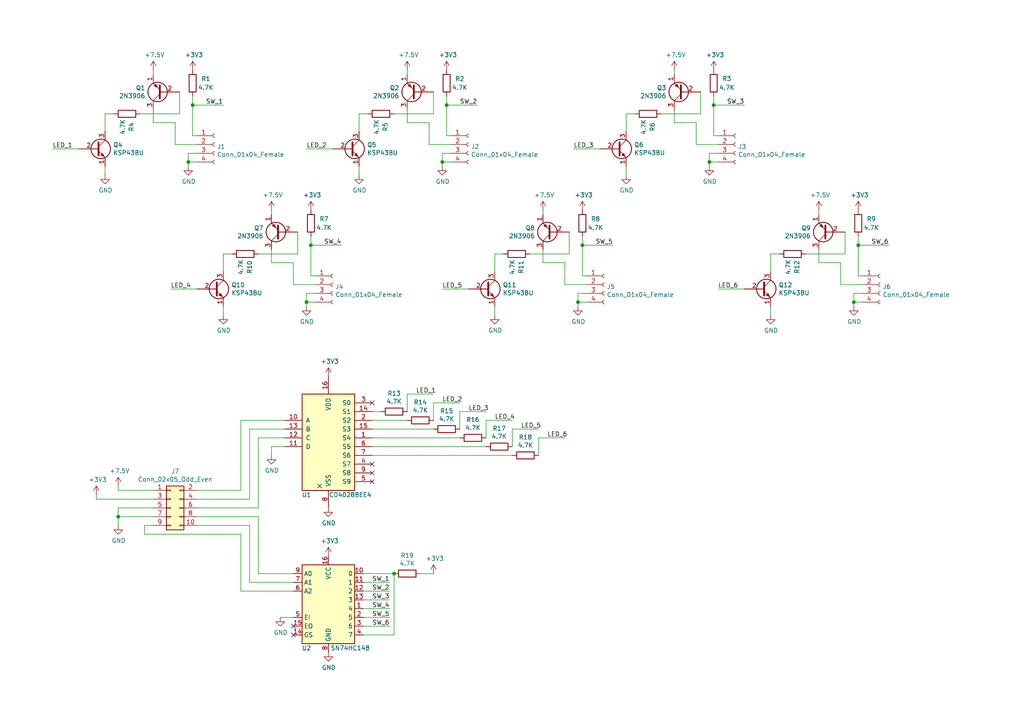
<source format=kicad_sch>
(kicad_sch (version 20211123) (generator eeschema)
  (paper "A4")
  (title_block (title "SM Desk Video switch module") (date "2020-01-22") (rev "A") (company "ADC Theatre") (comment 1 "John Evans"))
  (lib_symbols
    (symbol "4xxx:4028" (pin_names (offset 1.016))
      (property "Reference" "U" (at -7.62 13.97 0))
      (property "Value" "4028" (at -7.62 -16.51 0))
      (symbol "4028_1_0"
        (pin output line (at 12.7 0 180) (length 5.08) (name "S4") (number "1"))
        (pin input line (at -12.7 5.08 0) (length 5.08) (name "A") (number "10"))
        (pin input line (at -12.7 -2.54 0) (length 5.08) (name "D") (number "11"))
        (pin input line (at -12.7 0 0) (length 5.08) (name "C") (number "12"))
        (pin input line (at -12.7 2.54 0) (length 5.08) (name "B") (number "13"))
        (pin output line (at 12.7 7.62 180) (length 5.08) (name "S1") (number "14"))
        (pin output line (at 12.7 2.54 180) (length 5.08) (name "S3") (number "15"))
        (pin power_in line (at 0 17.78 270) (length 5.08) (name "VDD") (number "16"))
        (pin output line (at 12.7 5.08 180) (length 5.08) (name "S2") (number "2"))
        (pin output line (at 12.7 10.16 180) (length 5.08) (name "S0") (number "3"))
        (pin output line (at 12.7 -7.62 180) (length 5.08) (name "S7") (number "4"))
        (pin output line (at 12.7 -12.7 180) (length 5.08) (name "S9") (number "5"))
        (pin output line (at 12.7 -2.54 180) (length 5.08) (name "S5") (number "6"))
        (pin output line (at 12.7 -5.08 180) (length 5.08) (name "S6") (number "7"))
        (pin power_in line (at 0 -20.32 90) (length 5.08) (name "VSS") (number "8"))
        (pin output line (at 12.7 -10.16 180) (length 5.08) (name "S8") (number "9"))
      )
      (symbol "4028_1_1"
        (rectangle (start -7.62 12.7) (end 7.62 -15.24) (stroke (width 0.254)) (fill (type background)))
      )
    )
    (symbol "74xx:SN74HC148"
      (property "Reference" "U" (at -7.62 13.97 0))
      (property "Value" "74xx_SN74HC148" (at 2.54 -11.43 0))
      (symbol "SN74HC148_0_1"
        (rectangle (start -7.62 12.7) (end 7.62 -10.16) (stroke (width 0.254)) (fill (type background)))
      )
      (symbol "SN74HC148_1_1"
        (pin input line (at 10.16 0 180) (length 2.54) (name "4") (number "1"))
        (pin input line (at 10.16 10.16 180) (length 2.54) (name "0") (number "10"))
        (pin input line (at 10.16 7.62 180) (length 2.54) (name "1") (number "11"))
        (pin input line (at 10.16 5.08 180) (length 2.54) (name "2") (number "12"))
        (pin input line (at 10.16 2.54 180) (length 2.54) (name "3") (number "13"))
        (pin output line (at -10.16 -7.62 0) (length 2.54) (name "GS") (number "14"))
        (pin output line (at -10.16 -5.08 0) (length 2.54) (name "EO") (number "15"))
        (pin power_in line (at 0 15.24 270) (length 2.54) (name "VCC") (number "16"))
        (pin input line (at 10.16 -2.54 180) (length 2.54) (name "5") (number "2"))
        (pin input line (at 10.16 -5.08 180) (length 2.54) (name "6") (number "3"))
        (pin input line (at 10.16 -7.62 180) (length 2.54) (name "7") (number "4"))
        (pin input line (at -10.16 -2.54 0) (length 2.54) (name "EI") (number "5"))
        (pin output line (at -10.16 5.08 0) (length 2.54) (name "A2") (number "6"))
        (pin output line (at -10.16 7.62 0) (length 2.54) (name "A1") (number "7"))
        (pin power_in line (at 0 -12.7 90) (length 2.54) (name "GND") (number "8"))
        (pin output line (at -10.16 10.16 0) (length 2.54) (name "A0") (number "9"))
      )
    )
    (symbol "Connector:Conn_01x04_Female" (pin_names (offset 1.016) hide)
      (property "Reference" "J" (at 0 5.08 0))
      (property "Value" "Conn_01x04_Female" (at 0 -7.62 0))
      (symbol "Conn_01x04_Female_1_1"
        (arc (start 0 -4.572) (mid -0.508 -5.08) (end 0 -5.588) (stroke (width 0.1524)))
        (arc (start 0 -2.032) (mid -0.508 -2.54) (end 0 -3.048) (stroke (width 0.1524)))
        (polyline (pts (xy -1.27 -5.08) (xy -0.508 -5.08)) (stroke (width 0.1524)))
        (polyline (pts (xy -1.27 -2.54) (xy -0.508 -2.54)) (stroke (width 0.1524)))
        (polyline (pts (xy -1.27 0) (xy -0.508 0)) (stroke (width 0.1524)))
        (polyline (pts (xy -1.27 2.54) (xy -0.508 2.54)) (stroke (width 0.1524)))
        (arc (start 0 0.508) (mid -0.508 0) (end 0 -0.508) (stroke (width 0.1524)))
        (arc (start 0 3.048) (mid -0.508 2.54) (end 0 2.032) (stroke (width 0.1524)))
        (pin passive line (at -5.08 2.54 0) (length 3.81) (name "Pin_1") (number "1"))
        (pin passive line (at -5.08 0 0) (length 3.81) (name "Pin_2") (number "2"))
        (pin passive line (at -5.08 -2.54 0) (length 3.81) (name "Pin_3") (number "3"))
        (pin passive line (at -5.08 -5.08 0) (length 3.81) (name "Pin_4") (number "4"))
      )
    )
    (symbol "Connector_Generic:Conn_02x05_Odd_Even" (pin_names (offset 1.016) hide)
      (property "Reference" "J" (at 1.27 7.62 0))
      (property "Value" "Conn_02x05_Odd_Even" (at 1.27 -7.62 0))
      (symbol "Conn_02x05_Odd_Even_1_1"
        (rectangle (start -1.27 -4.953) (end 0 -5.207) (stroke (width 0.1524)))
        (rectangle (start -1.27 -2.413) (end 0 -2.667) (stroke (width 0.1524)))
        (rectangle (start -1.27 0.127) (end 0 -0.127) (stroke (width 0.1524)))
        (rectangle (start -1.27 2.667) (end 0 2.413) (stroke (width 0.1524)))
        (rectangle (start -1.27 5.207) (end 0 4.953) (stroke (width 0.1524)))
        (rectangle (start -1.27 6.35) (end 3.81 -6.35) (stroke (width 0.254)) (fill (type background)))
        (rectangle (start 3.81 -4.953) (end 2.54 -5.207) (stroke (width 0.1524)))
        (rectangle (start 3.81 -2.413) (end 2.54 -2.667) (stroke (width 0.1524)))
        (rectangle (start 3.81 0.127) (end 2.54 -0.127) (stroke (width 0.1524)))
        (rectangle (start 3.81 2.667) (end 2.54 2.413) (stroke (width 0.1524)))
        (rectangle (start 3.81 5.207) (end 2.54 4.953) (stroke (width 0.1524)))
        (pin passive line (at -5.08 5.08 0) (length 3.81) (name "Pin_1") (number "1"))
        (pin passive line (at 7.62 -5.08 180) (length 3.81) (name "Pin_10") (number "10"))
        (pin passive line (at 7.62 5.08 180) (length 3.81) (name "Pin_2") (number "2"))
        (pin passive line (at -5.08 2.54 0) (length 3.81) (name "Pin_3") (number "3"))
        (pin passive line (at 7.62 2.54 180) (length 3.81) (name "Pin_4") (number "4"))
        (pin passive line (at -5.08 0 0) (length 3.81) (name "Pin_5") (number "5"))
        (pin passive line (at 7.62 0 180) (length 3.81) (name "Pin_6") (number "6"))
        (pin passive line (at -5.08 -2.54 0) (length 3.81) (name "Pin_7") (number "7"))
        (pin passive line (at 7.62 -2.54 180) (length 3.81) (name "Pin_8") (number "8"))
        (pin passive line (at -5.08 -5.08 0) (length 3.81) (name "Pin_9") (number "9"))
      )
    )
    (symbol "Device:Q_NPN_EBC" (pin_names (offset 0) hide)
      (property "Reference" "Q" (at 5.08 1.27 0))
      (property "Value" "Q_NPN_EBC" (at 5.08 -1.27 0))
      (symbol "Q_NPN_EBC_0_1"
        (polyline (pts (xy 0.635 0.635) (xy 2.54 2.54)))
        (polyline (pts (xy 0.635 -0.635) (xy 2.54 -2.54) (xy 2.54 -2.54)))
        (polyline (pts (xy 0.635 1.905) (xy 0.635 -1.905) (xy 0.635 -1.905)) (stroke (width 0.508)))
        (polyline (pts (xy 1.27 -1.778) (xy 1.778 -1.27) (xy 2.286 -2.286) (xy 1.27 -1.778) (xy 1.27 -1.778)) (fill (type outline)))
        (circle (center 1.27 0) (radius 2.8194) (stroke (width 0.254)))
      )
      (symbol "Q_NPN_EBC_1_1"
        (pin passive line (at 2.54 -5.08 90) (length 2.54) (name "E") (number "1"))
        (pin passive line (at -5.08 0 0) (length 5.715) (name "B") (number "2"))
        (pin passive line (at 2.54 5.08 270) (length 2.54) (name "C") (number "3"))
      )
    )
    (symbol "Device:R" (pin_numbers hide) (pin_names (offset 0))
      (property "Reference" "R" (at 2.032 0 90))
      (property "Value" "R" (at 0 0 90))
      (symbol "R_0_1"
        (rectangle (start -1.016 -2.54) (end 1.016 2.54) (stroke (width 0.254)))
      )
      (symbol "R_1_1"
        (pin passive line (at 0 3.81 270) (length 1.27) (name "~") (number "1"))
        (pin passive line (at 0 -3.81 90) (length 1.27) (name "~") (number "2"))
      )
    )
    (symbol "Transistor_BJT:2N3906" (pin_names (offset 0) hide)
      (property "Reference" "Q" (at 5.08 1.905 0))
      (property "Value" "2N3906" (at 5.08 0 0))
      (symbol "2N3906_0_1"
        (polyline (pts (xy 0.635 0.635) (xy 2.54 2.54)))
        (polyline (pts (xy 0.635 -0.635) (xy 2.54 -2.54) (xy 2.54 -2.54)))
        (polyline (pts (xy 0.635 1.905) (xy 0.635 -1.905) (xy 0.635 -1.905)) (stroke (width 0.508)))
        (polyline (pts (xy 2.286 -1.778) (xy 1.778 -2.286) (xy 1.27 -1.27) (xy 2.286 -1.778) (xy 2.286 -1.778)) (fill (type outline)))
        (circle (center 1.27 0) (radius 2.8194) (stroke (width 0.254)))
      )
      (symbol "2N3906_1_1"
        (pin passive line (at 2.54 -5.08 90) (length 2.54) (name "E") (number "1"))
        (pin input line (at -5.08 0 0) (length 5.715) (name "B") (number "2"))
        (pin passive line (at 2.54 5.08 270) (length 2.54) (name "C") (number "3"))
      )
    )
    (symbol "power:+3.3V" (power) (pin_names (offset 0))
      (property "Value" "+3.3V" (at 0 3.556 0))
      (symbol "+3.3V_0_1"
        (polyline (pts (xy -0.762 1.27) (xy 0 2.54)))
        (polyline (pts (xy 0 0) (xy 0 2.54)))
        (polyline (pts (xy 0 2.54) (xy 0.762 1.27)))
      )
      (symbol "+3.3V_1_1"
        (pin power_in line (at 0 0 90) (length 0) hide (name "+3V3") (number "1"))
      )
    )
    (symbol "power:+7.5V" (power) (pin_names (offset 0))
      (property "Value" "+7.5V" (at 0 3.556 0))
      (symbol "+7.5V_0_1"
        (polyline (pts (xy -0.762 1.27) (xy 0 2.54)))
        (polyline (pts (xy 0 0) (xy 0 2.54)))
        (polyline (pts (xy 0 2.54) (xy 0.762 1.27)))
      )
      (symbol "+7.5V_1_1"
        (pin power_in line (at 0 0 90) (length 0) hide (name "+7.5V") (number "1"))
      )
    )
    (symbol "power:GND" (power) (pin_names (offset 0))
      (property "Value" "GND" (at 0 -3.81 0))
      (symbol "GND_0_1"
        (polyline (pts (xy 0 0) (xy 0 -1.27) (xy 1.27 -1.27) (xy 0 -2.54) (xy -1.27 -1.27) (xy 0 -1.27)))
      )
      (symbol "GND_1_1"
        (pin power_in line (at 0 0 270) (length 0) hide (name "GND") (number "1"))
      )
    )
  )
  (junction (at 114.3 166.37))
  (junction (at 248.92 71.12))
  (junction (at 55.88 30.48))
  (junction (at 90.17 71.12))
  (junction (at 129.54 30.48))
  (junction (at 54.61 46.99))
  (junction (at 34.29 149.86))
  (junction (at 247.65 87.63))
  (junction (at 88.9 87.63))
  (junction (at 167.64 87.63))
  (junction (at 207.01 30.48))
  (junction (at 205.74 46.99))
  (junction (at 128.27 46.99))
  (junction (at 168.91 71.12))
  (no_connect (at 92.71 140.97))
  (no_connect (at 85.09 184.15))
  (no_connect (at 107.95 139.7))
  (no_connect (at 85.09 181.61))
  (no_connect (at 107.95 134.62))
  (no_connect (at 107.95 116.84))
  (no_connect (at 107.95 137.16))
  (wire (pts (xy 129.54 27.94) (xy 129.54 30.48)))
  (wire (pts (xy 148.59 124.46) (xy 156.21 124.46)))
  (wire (pts (xy 118.11 114.3) (xy 125.73 114.3)))
  (wire (pts (xy 207.01 30.48) (xy 215.9 30.48)))
  (wire (pts (xy 148.59 132.08) (xy 107.95 132.08)))
  (wire (pts (xy 44.45 20.32) (xy 44.45 21.59)))
  (wire (pts (xy 57.15 144.78) (xy 72.39 144.78)))
  (wire (pts (xy 130.81 39.37) (xy 129.54 39.37)))
  (wire (pts (xy 223.52 91.44) (xy 223.52 88.9)))
  (wire (pts (xy 205.74 48.26) (xy 205.74 46.99)))
  (wire (pts (xy 248.92 71.12) (xy 257.81 71.12)))
  (wire (pts (xy 69.85 121.92) (xy 69.85 142.24)))
  (wire (pts (xy 124.46 35.56) (xy 124.46 41.91)))
  (wire (pts (xy 64.77 91.44) (xy 64.77 88.9)))
  (wire (pts (xy 105.41 173.99) (xy 113.03 173.99)))
  (wire (pts (xy 30.48 50.8) (xy 30.48 48.26)))
  (wire (pts (xy 125.73 116.84) (xy 133.35 116.84)))
  (wire (pts (xy 44.45 144.78) (xy 27.94 144.78)))
  (wire (pts (xy 105.41 171.45) (xy 113.03 171.45)))
  (wire (pts (xy 165.1 73.66) (xy 153.67 73.66)))
  (wire (pts (xy 157.48 76.2) (xy 163.83 76.2)))
  (wire (pts (xy 146.05 73.66) (xy 143.51 73.66)))
  (wire (pts (xy 78.74 76.2) (xy 85.09 76.2)))
  (wire (pts (xy 34.29 140.97) (xy 34.29 142.24)))
  (wire (pts (xy 168.91 71.12) (xy 168.91 80.01)))
  (wire (pts (xy 107.95 127) (xy 133.35 127)))
  (wire (pts (xy 34.29 147.32) (xy 34.29 149.86)))
  (wire (pts (xy 41.91 154.94) (xy 41.91 152.4)))
  (wire (pts (xy 54.61 44.45) (xy 57.15 44.45)))
  (wire (pts (xy 57.15 83.82) (xy 49.53 83.82)))
  (wire (pts (xy 248.92 68.58) (xy 248.92 71.12)))
  (wire (pts (xy 72.39 152.4) (xy 72.39 168.91)))
  (wire (pts (xy 167.64 87.63) (xy 167.64 85.09)))
  (wire (pts (xy 34.29 152.4) (xy 34.29 149.86)))
  (wire (pts (xy 55.88 27.94) (xy 55.88 30.48)))
  (wire (pts (xy 167.64 87.63) (xy 170.18 87.63)))
  (wire (pts (xy 105.41 181.61) (xy 113.03 181.61)))
  (wire (pts (xy 57.15 41.91) (xy 50.8 41.91)))
  (wire (pts (xy 85.09 171.45) (xy 69.85 171.45)))
  (wire (pts (xy 140.97 129.54) (xy 107.95 129.54)))
  (wire (pts (xy 114.3 166.37) (xy 105.41 166.37)))
  (wire (pts (xy 104.14 50.8) (xy 104.14 48.26)))
  (wire (pts (xy 195.58 20.32) (xy 195.58 21.59)))
  (wire (pts (xy 205.74 46.99) (xy 205.74 44.45)))
  (wire (pts (xy 78.74 132.08) (xy 78.74 129.54)))
  (wire (pts (xy 104.14 33.02) (xy 104.14 38.1)))
  (wire (pts (xy 52.07 33.02) (xy 40.64 33.02)))
  (wire (pts (xy 105.41 179.07) (xy 113.03 179.07)))
  (wire (pts (xy 148.59 129.54) (xy 148.59 124.46)))
  (wire (pts (xy 250.19 80.01) (xy 248.92 80.01)))
  (wire (pts (xy 129.54 30.48) (xy 129.54 39.37)))
  (wire (pts (xy 168.91 71.12) (xy 177.8 71.12)))
  (wire (pts (xy 57.15 152.4) (xy 72.39 152.4)))
  (wire (pts (xy 34.29 149.86) (xy 44.45 149.86)))
  (wire (pts (xy 157.48 60.96) (xy 157.48 62.23)))
  (wire (pts (xy 245.11 73.66) (xy 233.68 73.66)))
  (wire (pts (xy 143.51 73.66) (xy 143.51 78.74)))
  (wire (pts (xy 55.88 30.48) (xy 55.88 39.37)))
  (wire (pts (xy 207.01 27.94) (xy 207.01 30.48)))
  (wire (pts (xy 54.61 46.99) (xy 57.15 46.99)))
  (wire (pts (xy 208.28 41.91) (xy 201.93 41.91)))
  (wire (pts (xy 245.11 73.66) (xy 245.11 67.31)))
  (wire (pts (xy 170.18 80.01) (xy 168.91 80.01)))
  (wire (pts (xy 57.15 147.32) (xy 74.93 147.32)))
  (wire (pts (xy 208.28 39.37) (xy 207.01 39.37)))
  (wire (pts (xy 44.45 31.75) (xy 44.45 35.56)))
  (wire (pts (xy 90.17 71.12) (xy 90.17 80.01)))
  (wire (pts (xy 52.07 33.02) (xy 52.07 26.67)))
  (wire (pts (xy 140.97 127) (xy 140.97 121.92)))
  (wire (pts (xy 44.45 147.32) (xy 34.29 147.32)))
  (wire (pts (xy 86.36 73.66) (xy 86.36 67.31)))
  (wire (pts (xy 96.52 43.18) (xy 88.9 43.18)))
  (wire (pts (xy 118.11 31.75) (xy 118.11 35.56)))
  (wire (pts (xy 72.39 168.91) (xy 85.09 168.91)))
  (wire (pts (xy 114.3 184.15) (xy 105.41 184.15)))
  (wire (pts (xy 67.31 73.66) (xy 64.77 73.66)))
  (wire (pts (xy 22.86 43.18) (xy 15.24 43.18)))
  (wire (pts (xy 237.49 76.2) (xy 243.84 76.2)))
  (wire (pts (xy 203.2 33.02) (xy 191.77 33.02)))
  (wire (pts (xy 107.95 121.92) (xy 118.11 121.92)))
  (wire (pts (xy 203.2 33.02) (xy 203.2 26.67)))
  (wire (pts (xy 74.93 127) (xy 82.55 127)))
  (wire (pts (xy 118.11 119.38) (xy 118.11 114.3)))
  (wire (pts (xy 250.19 82.55) (xy 243.84 82.55)))
  (wire (pts (xy 237.49 72.39) (xy 237.49 76.2)))
  (wire (pts (xy 140.97 121.92) (xy 148.59 121.92)))
  (wire (pts (xy 157.48 72.39) (xy 157.48 76.2)))
  (wire (pts (xy 181.61 50.8) (xy 181.61 48.26)))
  (wire (pts (xy 114.3 166.37) (xy 114.3 184.15)))
  (wire (pts (xy 106.68 33.02) (xy 104.14 33.02)))
  (wire (pts (xy 128.27 46.99) (xy 130.81 46.99)))
  (wire (pts (xy 86.36 73.66) (xy 74.93 73.66)))
  (wire (pts (xy 133.35 124.46) (xy 133.35 119.38)))
  (wire (pts (xy 133.35 119.38) (xy 140.97 119.38)))
  (wire (pts (xy 207.01 30.48) (xy 207.01 39.37)))
  (wire (pts (xy 44.45 35.56) (xy 50.8 35.56)))
  (wire (pts (xy 156.21 132.08) (xy 156.21 127)))
  (wire (pts (xy 91.44 82.55) (xy 85.09 82.55)))
  (wire (pts (xy 110.49 119.38) (xy 107.95 119.38)))
  (wire (pts (xy 167.64 85.09) (xy 170.18 85.09)))
  (wire (pts (xy 55.88 30.48) (xy 64.77 30.48)))
  (wire (pts (xy 195.58 35.56) (xy 201.93 35.56)))
  (wire (pts (xy 173.99 43.18) (xy 166.37 43.18)))
  (wire (pts (xy 167.64 88.9) (xy 167.64 87.63)))
  (wire (pts (xy 88.9 88.9) (xy 88.9 87.63)))
  (wire (pts (xy 129.54 30.48) (xy 138.43 30.48)))
  (wire (pts (xy 41.91 154.94) (xy 69.85 154.94)))
  (wire (pts (xy 78.74 60.96) (xy 78.74 62.23)))
  (wire (pts (xy 247.65 85.09) (xy 250.19 85.09)))
  (wire (pts (xy 248.92 71.12) (xy 248.92 80.01)))
  (wire (pts (xy 247.65 87.63) (xy 247.65 85.09)))
  (wire (pts (xy 247.65 87.63) (xy 250.19 87.63)))
  (wire (pts (xy 27.94 144.78) (xy 27.94 143.51)))
  (wire (pts (xy 74.93 149.86) (xy 74.93 166.37)))
  (wire (pts (xy 91.44 80.01) (xy 90.17 80.01)))
  (wire (pts (xy 168.91 68.58) (xy 168.91 71.12)))
  (wire (pts (xy 215.9 83.82) (xy 208.28 83.82)))
  (wire (pts (xy 105.41 168.91) (xy 113.03 168.91)))
  (wire (pts (xy 85.09 76.2) (xy 85.09 82.55)))
  (wire (pts (xy 247.65 88.9) (xy 247.65 87.63)))
  (wire (pts (xy 128.27 46.99) (xy 128.27 44.45)))
  (wire (pts (xy 41.91 152.4) (xy 44.45 152.4)))
  (wire (pts (xy 128.27 44.45) (xy 130.81 44.45)))
  (wire (pts (xy 57.15 142.24) (xy 69.85 142.24)))
  (wire (pts (xy 78.74 72.39) (xy 78.74 76.2)))
  (wire (pts (xy 54.61 46.99) (xy 54.61 44.45)))
  (wire (pts (xy 125.73 121.92) (xy 125.73 116.84)))
  (wire (pts (xy 237.49 60.96) (xy 237.49 62.23)))
  (wire (pts (xy 223.52 73.66) (xy 223.52 78.74)))
  (wire (pts (xy 82.55 124.46) (xy 72.39 124.46)))
  (wire (pts (xy 125.73 166.37) (xy 121.92 166.37)))
  (wire (pts (xy 34.29 142.24) (xy 44.45 142.24)))
  (wire (pts (xy 205.74 44.45) (xy 208.28 44.45)))
  (wire (pts (xy 181.61 33.02) (xy 181.61 38.1)))
  (wire (pts (xy 88.9 87.63) (xy 88.9 85.09)))
  (wire (pts (xy 74.93 127) (xy 74.93 147.32)))
  (wire (pts (xy 205.74 46.99) (xy 208.28 46.99)))
  (wire (pts (xy 118.11 35.56) (xy 124.46 35.56)))
  (wire (pts (xy 184.15 33.02) (xy 181.61 33.02)))
  (wire (pts (xy 243.84 76.2) (xy 243.84 82.55)))
  (wire (pts (xy 163.83 76.2) (xy 163.83 82.55)))
  (wire (pts (xy 170.18 82.55) (xy 163.83 82.55)))
  (wire (pts (xy 125.73 33.02) (xy 125.73 26.67)))
  (wire (pts (xy 69.85 121.92) (xy 82.55 121.92)))
  (wire (pts (xy 135.89 83.82) (xy 128.27 83.82)))
  (wire (pts (xy 130.81 41.91) (xy 124.46 41.91)))
  (wire (pts (xy 125.73 33.02) (xy 114.3 33.02)))
  (wire (pts (xy 30.48 33.02) (xy 30.48 38.1)))
  (wire (pts (xy 143.51 91.44) (xy 143.51 88.9)))
  (wire (pts (xy 33.02 33.02) (xy 30.48 33.02)))
  (wire (pts (xy 90.17 68.58) (xy 90.17 71.12)))
  (wire (pts (xy 165.1 73.66) (xy 165.1 67.31)))
  (wire (pts (xy 50.8 35.56) (xy 50.8 41.91)))
  (wire (pts (xy 88.9 87.63) (xy 91.44 87.63)))
  (wire (pts (xy 85.09 179.07) (xy 81.28 179.07)))
  (wire (pts (xy 85.09 166.37) (xy 74.93 166.37)))
  (wire (pts (xy 90.17 71.12) (xy 99.06 71.12)))
  (wire (pts (xy 201.93 35.56) (xy 201.93 41.91)))
  (wire (pts (xy 69.85 171.45) (xy 69.85 154.94)))
  (wire (pts (xy 57.15 149.86) (xy 74.93 149.86)))
  (wire (pts (xy 88.9 85.09) (xy 91.44 85.09)))
  (wire (pts (xy 57.15 39.37) (xy 55.88 39.37)))
  (wire (pts (xy 156.21 127) (xy 163.83 127)))
  (wire (pts (xy 107.95 124.46) (xy 125.73 124.46)))
  (wire (pts (xy 64.77 73.66) (xy 64.77 78.74)))
  (wire (pts (xy 226.06 73.66) (xy 223.52 73.66)))
  (wire (pts (xy 128.27 48.26) (xy 128.27 46.99)))
  (wire (pts (xy 78.74 129.54) (xy 82.55 129.54)))
  (wire (pts (xy 105.41 176.53) (xy 113.03 176.53)))
  (wire (pts (xy 54.61 48.26) (xy 54.61 46.99)))
  (wire (pts (xy 195.58 31.75) (xy 195.58 35.56)))
  (wire (pts (xy 118.11 20.32) (xy 118.11 21.59)))
  (wire (pts (xy 72.39 124.46) (xy 72.39 144.78)))
  (label "LED_1" (at 120.65 114.3 0))
  (label "LED_5" (at 128.27 83.82 0))
  (label "SW_6" (at 252.73 71.12 0))
  (label "SW_2" (at 107.95 171.45 0))
  (label "LED_4" (at 143.51 121.92 0))
  (label "LED_2" (at 88.9 43.18 0))
  (label "SW_5" (at 172.72 71.12 0))
  (label "LED_2" (at 128.27 116.84 0))
  (label "LED_1" (at 15.24 43.18 0))
  (label "LED_4" (at 49.53 83.82 0))
  (label "SW_2" (at 133.35 30.48 0))
  (label "SW_3" (at 107.95 173.99 0))
  (label "SW_6" (at 107.95 181.61 0))
  (label "SW_4" (at 107.95 176.53 0))
  (label "LED_3" (at 135.89 119.38 0))
  (label "SW_3" (at 210.82 30.48 0))
  (label "LED_6" (at 158.75 127 0))
  (label "SW_5" (at 107.95 179.07 0))
  (label "LED_6" (at 208.28 83.82 0))
  (label "SW_4" (at 93.98 71.12 0))
  (label "SW_1" (at 107.95 168.91 0))
  (label "SW_1" (at 59.69 30.48 0))
  (label "LED_3" (at 166.37 43.18 0))
  (label "LED_5" (at 151.13 124.46 0))
  (symbol (lib_id "74xx:SN74HC148") (at 95.25 176.53 0) (unit 1)
    (property "Reference" "U2" (at 88.9 187.96 0))
    (property "Value" "SN74HC148" (at 101.6 187.96 0))
    (property "Footprint" "Package_DIP:DIP-16_W7.62mm_Socket" (effects hide))
    (property "Datasheet" "https://www.ti.com/lit/ds/symlink/sn74hc148.pdf" (effects hide))
  )
  (symbol (lib_id "power:GND") (at 34.29 152.4 0) (unit 1)
    (property "Reference" "#PWR030" (effects hide))
    (property "Value" "GND" (at 34.417 156.7942 0))
  )
  (symbol (lib_id "power:GND") (at 95.25 147.32 0) (unit 1)
    (property "Reference" "#PWR029" (effects hide))
    (property "Value" "GND" (at 95.377 151.7142 0))
  )
  (symbol (lib_id "power:GND") (at 95.25 189.23 0) (unit 1)
    (property "Reference" "#PWR034" (effects hide))
    (property "Value" "GND" (at 95.377 193.6242 0))
  )
  (symbol (lib_id "power:+3.3V") (at 95.25 161.29 0) (unit 1)
    (property "Reference" "#PWR031" (effects hide))
    (property "Value" "+3.3V" (at 95.631 156.8958 0))
  )
  (symbol (lib_id "power:+3.3V") (at 95.25 109.22 0) (unit 1)
    (property "Reference" "#PWR025" (effects hide))
    (property "Value" "+3.3V" (at 95.631 104.8258 0))
  )
  (symbol (lib_id "power:GND") (at 81.28 179.07 0) (unit 1)
    (property "Reference" "#PWR033" (effects hide))
    (property "Value" "GND" (at 81.407 183.4642 0))
  )
  (symbol (lib_id "Device:R") (at 114.3 119.38 270) (unit 1)
    (property "Reference" "R13" (at 114.3 114.1222 90))
    (property "Value" "4.7K" (at 114.3 116.4336 90))
    (property "Footprint" "Resistor_THT:R_Axial_DIN0207_L6.3mm_D2.5mm_P10.16mm_Horizontal" (effects hide))
  )
  (symbol (lib_id "Device:R") (at 121.92 121.92 270) (unit 1)
    (property "Reference" "R14" (at 121.92 116.6622 90))
    (property "Value" "4.7K" (at 121.92 118.9736 90))
    (property "Footprint" "Resistor_THT:R_Axial_DIN0207_L6.3mm_D2.5mm_P10.16mm_Horizontal" (effects hide))
  )
  (symbol (lib_id "Device:R") (at 129.54 124.46 270) (unit 1)
    (property "Reference" "R15" (at 129.54 119.2022 90))
    (property "Value" "4.7K" (at 129.54 121.5136 90))
    (property "Footprint" "Resistor_THT:R_Axial_DIN0207_L6.3mm_D2.5mm_P10.16mm_Horizontal" (effects hide))
  )
  (symbol (lib_id "Device:R") (at 137.16 127 270) (unit 1)
    (property "Reference" "R16" (at 137.16 121.7422 90))
    (property "Value" "4.7K" (at 137.16 124.0536 90))
    (property "Footprint" "Resistor_THT:R_Axial_DIN0207_L6.3mm_D2.5mm_P10.16mm_Horizontal" (effects hide))
  )
  (symbol (lib_id "Device:R") (at 144.78 129.54 270) (unit 1)
    (property "Reference" "R17" (at 144.78 124.2822 90))
    (property "Value" "4.7K" (at 144.78 126.5936 90))
    (property "Footprint" "Resistor_THT:R_Axial_DIN0207_L6.3mm_D2.5mm_P10.16mm_Horizontal" (effects hide))
  )
  (symbol (lib_id "Device:R") (at 152.4 132.08 270) (unit 1)
    (property "Reference" "R18" (at 152.4 126.8222 90))
    (property "Value" "4.7K" (at 152.4 129.1336 90))
    (property "Footprint" "Resistor_THT:R_Axial_DIN0207_L6.3mm_D2.5mm_P10.16mm_Horizontal" (effects hide))
  )
  (symbol (lib_id "Device:R") (at 118.11 166.37 270) (unit 1)
    (property "Reference" "R19" (at 118.11 161.1122 90))
    (property "Value" "4.7K" (at 118.11 163.4236 90))
    (property "Footprint" "Resistor_THT:R_Axial_DIN0207_L6.3mm_D2.5mm_P10.16mm_Horizontal" (effects hide))
  )
  (symbol (lib_id "power:+3.3V") (at 125.73 166.37 0) (unit 1)
    (property "Reference" "#PWR032" (effects hide))
    (property "Value" "+3.3V" (at 126.111 161.9758 0))
  )
  (symbol (lib_id "4xxx:4028") (at 95.25 127 0) (unit 1)
    (property "Reference" "U1" (at 88.9 143.51 0))
    (property "Value" "CD4028BEE4" (at 101.6 143.51 0))
    (property "Footprint" "Package_DIP:DIP-16_W7.62mm_Socket" (effects hide))
    (property "Datasheet" "http://www.intersil.com/content/dam/Intersil/documents/cd40/cd4028bms.pdf" (effects hide))
  )
  (symbol (lib_id "power:GND") (at 78.74 132.08 0) (unit 1)
    (property "Reference" "#PWR026" (effects hide))
    (property "Value" "GND" (at 78.867 136.4742 0))
  )
  (symbol (lib_id "power:+3.3V") (at 27.94 143.51 0) (unit 1)
    (property "Reference" "#PWR028" (effects hide))
    (property "Value" "+3.3V" (at 28.321 139.1158 0))
  )
  (symbol (lib_id "power:+3.3V") (at 55.88 20.32 0) (unit 1)
    (property "Reference" "#PWR02" (effects hide))
    (property "Value" "+3.3V" (at 56.261 15.9258 0))
  )
  (symbol (lib_id "Device:R") (at 55.88 24.13 180) (unit 1)
    (property "Reference" "R1" (at 59.69 22.86 0))
    (property "Value" "4.7K" (at 59.69 25.4 0))
    (property "Footprint" "Resistor_THT:R_Axial_DIN0207_L6.3mm_D2.5mm_P10.16mm_Horizontal" (effects hide))
  )
  (symbol (lib_id "power:GND") (at 54.61 48.26 0) (unit 1)
    (property "Reference" "#PWR07" (effects hide))
    (property "Value" "GND" (at 54.737 52.6542 0))
  )
  (symbol (lib_id "Device:Q_NPN_EBC") (at 27.94 43.18 0) (unit 1)
    (property "Reference" "Q4" (at 32.7914 42.0116 0) (effects (justify left)))
    (property "Value" "KSP43BU" (at 32.7914 44.323 0) (effects (justify left)))
    (property "Footprint" "Package_TO_SOT_THT:TO-92_Inline" (effects hide))
  )
  (symbol (lib_id "power:GND") (at 30.48 50.8 0) (unit 1)
    (property "Reference" "#PWR010" (effects hide))
    (property "Value" "GND" (at 30.607 55.1942 0))
  )
  (symbol (lib_id "Device:R") (at 36.83 33.02 90) (unit 1)
    (property "Reference" "R4" (at 38.1 36.83 0))
    (property "Value" "4.7K" (at 35.56 36.83 0))
    (property "Footprint" "Resistor_THT:R_Axial_DIN0207_L6.3mm_D2.5mm_P10.16mm_Horizontal" (effects hide))
  )
  (symbol (lib_id "Transistor_BJT:2N3906") (at 46.99 26.67 180) (unit 1)
    (property "Reference" "Q1" (at 42.1386 25.5016 0) (effects (justify left)))
    (property "Value" "2N3906" (at 42.1386 27.813 0) (effects (justify left)))
    (property "Footprint" "Package_TO_SOT_THT:TO-92_Inline" (effects hide))
    (property "Datasheet" "https://www.fairchildsemi.com/datasheets/2N/2N3906.pdf" (effects hide))
  )
  (symbol (lib_id "power:+7.5V") (at 44.45 20.32 0) (unit 1)
    (property "Reference" "#PWR01" (effects hide))
    (property "Value" "+7.5V" (at 44.831 15.9258 0))
  )
  (symbol (lib_id "power:+7.5V") (at 34.29 140.97 0) (unit 1)
    (property "Reference" "#PWR027" (effects hide))
    (property "Value" "+7.5V" (at 34.671 136.5758 0))
  )
  (symbol (lib_id "Connector_Generic:Conn_02x05_Odd_Even") (at 49.53 147.32 0) (unit 1)
    (property "Reference" "J7" (at 50.8 136.7282 0))
    (property "Value" "Conn_02x05_Odd_Even" (at 50.8 139.0396 0))
    (property "Footprint" "Connector_PinHeader_2.54mm:PinHeader_AWHW_2x05_P2.54mm_Vertical" (effects hide))
  )
  (symbol (lib_id "Connector:Conn_01x04_Female") (at 62.23 41.91 0) (unit 1)
    (property "Reference" "J1" (at 62.9412 42.5196 0) (effects (justify left)))
    (property "Value" "Conn_01x04_Female" (at 62.9412 44.831 0) (effects (justify left)))
    (property "Footprint" "Connector_PinHeader_2.54mm:PinHeader_1x04_P2.54mm_Vertical" (effects hide))
  )
  (symbol (lib_id "power:+3.3V") (at 129.54 20.32 0) (unit 1)
    (property "Reference" "#PWR04" (effects hide))
    (property "Value" "+3.3V" (at 129.921 15.9258 0))
  )
  (symbol (lib_id "Device:R") (at 129.54 24.13 180) (unit 1)
    (property "Reference" "R2" (at 133.35 22.86 0))
    (property "Value" "4.7K" (at 133.35 25.4 0))
    (property "Footprint" "Resistor_THT:R_Axial_DIN0207_L6.3mm_D2.5mm_P10.16mm_Horizontal" (effects hide))
  )
  (symbol (lib_id "power:GND") (at 128.27 48.26 0) (unit 1)
    (property "Reference" "#PWR08" (effects hide))
    (property "Value" "GND" (at 128.397 52.6542 0))
  )
  (symbol (lib_id "Device:Q_NPN_EBC") (at 101.6 43.18 0) (unit 1)
    (property "Reference" "Q5" (at 106.4514 42.0116 0) (effects (justify left)))
    (property "Value" "KSP43BU" (at 106.4514 44.323 0) (effects (justify left)))
    (property "Footprint" "Package_TO_SOT_THT:TO-92_Inline" (effects hide))
  )
  (symbol (lib_id "power:GND") (at 104.14 50.8 0) (unit 1)
    (property "Reference" "#PWR011" (effects hide))
    (property "Value" "GND" (at 104.267 55.1942 0))
  )
  (symbol (lib_id "Device:R") (at 110.49 33.02 90) (unit 1)
    (property "Reference" "R5" (at 111.76 36.83 0))
    (property "Value" "4.7K" (at 109.22 36.83 0))
    (property "Footprint" "Resistor_THT:R_Axial_DIN0207_L6.3mm_D2.5mm_P10.16mm_Horizontal" (effects hide))
  )
  (symbol (lib_id "Transistor_BJT:2N3906") (at 120.65 26.67 180) (unit 1)
    (property "Reference" "Q2" (at 115.7986 25.5016 0) (effects (justify left)))
    (property "Value" "2N3906" (at 115.7986 27.813 0) (effects (justify left)))
    (property "Footprint" "Package_TO_SOT_THT:TO-92_Inline" (effects hide))
    (property "Datasheet" "https://www.fairchildsemi.com/datasheets/2N/2N3906.pdf" (effects hide))
  )
  (symbol (lib_id "power:+7.5V") (at 118.11 20.32 0) (unit 1)
    (property "Reference" "#PWR03" (effects hide))
    (property "Value" "+7.5V" (at 118.491 15.9258 0))
  )
  (symbol (lib_id "Connector:Conn_01x04_Female") (at 135.89 41.91 0) (unit 1)
    (property "Reference" "J2" (at 136.6012 42.5196 0) (effects (justify left)))
    (property "Value" "Conn_01x04_Female" (at 136.6012 44.831 0) (effects (justify left)))
    (property "Footprint" "Connector_PinHeader_2.54mm:PinHeader_1x04_P2.54mm_Vertical" (effects hide))
  )
  (symbol (lib_id "power:+3.3V") (at 207.01 20.32 0) (unit 1)
    (property "Reference" "#PWR06" (effects hide))
    (property "Value" "+3.3V" (at 207.391 15.9258 0))
  )
  (symbol (lib_id "Device:R") (at 207.01 24.13 180) (unit 1)
    (property "Reference" "R3" (at 210.82 22.86 0))
    (property "Value" "4.7K" (at 210.82 25.4 0))
    (property "Footprint" "Resistor_THT:R_Axial_DIN0207_L6.3mm_D2.5mm_P10.16mm_Horizontal" (effects hide))
  )
  (symbol (lib_id "power:GND") (at 205.74 48.26 0) (unit 1)
    (property "Reference" "#PWR09" (effects hide))
    (property "Value" "GND" (at 205.867 52.6542 0))
  )
  (symbol (lib_id "Device:Q_NPN_EBC") (at 179.07 43.18 0) (unit 1)
    (property "Reference" "Q6" (at 183.9214 42.0116 0) (effects (justify left)))
    (property "Value" "KSP43BU" (at 183.9214 44.323 0) (effects (justify left)))
    (property "Footprint" "Package_TO_SOT_THT:TO-92_Inline" (effects hide))
  )
  (symbol (lib_id "power:GND") (at 181.61 50.8 0) (unit 1)
    (property "Reference" "#PWR012" (effects hide))
    (property "Value" "GND" (at 181.737 55.1942 0))
  )
  (symbol (lib_id "Device:R") (at 187.96 33.02 90) (unit 1)
    (property "Reference" "R6" (at 189.23 36.83 0))
    (property "Value" "4.7K" (at 186.69 36.83 0))
    (property "Footprint" "Resistor_THT:R_Axial_DIN0207_L6.3mm_D2.5mm_P10.16mm_Horizontal" (effects hide))
  )
  (symbol (lib_id "Transistor_BJT:2N3906") (at 198.12 26.67 180) (unit 1)
    (property "Reference" "Q3" (at 193.2686 25.5016 0) (effects (justify left)))
    (property "Value" "2N3906" (at 193.2686 27.813 0) (effects (justify left)))
    (property "Footprint" "Package_TO_SOT_THT:TO-92_Inline" (effects hide))
    (property "Datasheet" "https://www.fairchildsemi.com/datasheets/2N/2N3906.pdf" (effects hide))
  )
  (symbol (lib_id "power:+7.5V") (at 195.58 20.32 0) (unit 1)
    (property "Reference" "#PWR05" (effects hide))
    (property "Value" "+7.5V" (at 195.961 15.9258 0))
  )
  (symbol (lib_id "Connector:Conn_01x04_Female") (at 213.36 41.91 0) (unit 1)
    (property "Reference" "J3" (at 214.0712 42.5196 0) (effects (justify left)))
    (property "Value" "Conn_01x04_Female" (at 214.0712 44.831 0) (effects (justify left)))
    (property "Footprint" "Connector_PinHeader_2.54mm:PinHeader_1x04_P2.54mm_Vertical" (effects hide))
  )
  (symbol (lib_id "power:+3.3V") (at 90.17 60.96 0) (unit 1)
    (property "Reference" "#PWR014" (effects hide))
    (property "Value" "+3.3V" (at 90.551 56.5658 0))
  )
  (symbol (lib_id "Device:R") (at 90.17 64.77 180) (unit 1)
    (property "Reference" "R7" (at 93.98 63.5 0))
    (property "Value" "4.7K" (at 93.98 66.04 0))
    (property "Footprint" "Resistor_THT:R_Axial_DIN0207_L6.3mm_D2.5mm_P10.16mm_Horizontal" (effects hide))
  )
  (symbol (lib_id "power:GND") (at 88.9 88.9 0) (unit 1)
    (property "Reference" "#PWR019" (effects hide))
    (property "Value" "GND" (at 89.027 93.2942 0))
  )
  (symbol (lib_id "Device:Q_NPN_EBC") (at 62.23 83.82 0) (unit 1)
    (property "Reference" "Q10" (at 67.0814 82.6516 0) (effects (justify left)))
    (property "Value" "KSP43BU" (at 67.0814 84.963 0) (effects (justify left)))
    (property "Footprint" "Package_TO_SOT_THT:TO-92_Inline" (effects hide))
  )
  (symbol (lib_id "power:GND") (at 64.77 91.44 0) (unit 1)
    (property "Reference" "#PWR022" (effects hide))
    (property "Value" "GND" (at 64.897 95.8342 0))
  )
  (symbol (lib_id "Device:R") (at 71.12 73.66 90) (unit 1)
    (property "Reference" "R10" (at 72.39 77.47 0))
    (property "Value" "4.7K" (at 69.85 77.47 0))
    (property "Footprint" "Resistor_THT:R_Axial_DIN0207_L6.3mm_D2.5mm_P10.16mm_Horizontal" (effects hide))
  )
  (symbol (lib_id "Transistor_BJT:2N3906") (at 81.28 67.31 180) (unit 1)
    (property "Reference" "Q7" (at 76.4286 66.1416 0) (effects (justify left)))
    (property "Value" "2N3906" (at 76.4286 68.453 0) (effects (justify left)))
    (property "Footprint" "Package_TO_SOT_THT:TO-92_Inline" (effects hide))
    (property "Datasheet" "https://www.fairchildsemi.com/datasheets/2N/2N3906.pdf" (effects hide))
  )
  (symbol (lib_id "power:+7.5V") (at 78.74 60.96 0) (unit 1)
    (property "Reference" "#PWR013" (effects hide))
    (property "Value" "+7.5V" (at 79.121 56.5658 0))
  )
  (symbol (lib_id "Connector:Conn_01x04_Female") (at 96.52 82.55 0) (unit 1)
    (property "Reference" "J4" (at 97.2312 83.1596 0) (effects (justify left)))
    (property "Value" "Conn_01x04_Female" (at 97.2312 85.471 0) (effects (justify left)))
    (property "Footprint" "Connector_PinHeader_2.54mm:PinHeader_1x04_P2.54mm_Vertical" (effects hide))
  )
  (symbol (lib_id "power:+3.3V") (at 168.91 60.96 0) (unit 1)
    (property "Reference" "#PWR016" (effects hide))
    (property "Value" "+3.3V" (at 169.291 56.5658 0))
  )
  (symbol (lib_id "Device:R") (at 168.91 64.77 180) (unit 1)
    (property "Reference" "R8" (at 172.72 63.5 0))
    (property "Value" "4.7K" (at 172.72 66.04 0))
    (property "Footprint" "Resistor_THT:R_Axial_DIN0207_L6.3mm_D2.5mm_P10.16mm_Horizontal" (effects hide))
  )
  (symbol (lib_id "power:GND") (at 167.64 88.9 0) (unit 1)
    (property "Reference" "#PWR020" (effects hide))
    (property "Value" "GND" (at 167.767 93.2942 0))
  )
  (symbol (lib_id "Device:Q_NPN_EBC") (at 140.97 83.82 0) (unit 1)
    (property "Reference" "Q11" (at 145.8214 82.6516 0) (effects (justify left)))
    (property "Value" "KSP43BU" (at 145.8214 84.963 0) (effects (justify left)))
    (property "Footprint" "Package_TO_SOT_THT:TO-92_Inline" (effects hide))
  )
  (symbol (lib_id "power:GND") (at 143.51 91.44 0) (unit 1)
    (property "Reference" "#PWR023" (effects hide))
    (property "Value" "GND" (at 143.637 95.8342 0))
  )
  (symbol (lib_id "Device:R") (at 149.86 73.66 90) (unit 1)
    (property "Reference" "R11" (at 151.13 77.47 0))
    (property "Value" "4.7K" (at 148.59 77.47 0))
    (property "Footprint" "Resistor_THT:R_Axial_DIN0207_L6.3mm_D2.5mm_P10.16mm_Horizontal" (effects hide))
  )
  (symbol (lib_id "Transistor_BJT:2N3906") (at 160.02 67.31 180) (unit 1)
    (property "Reference" "Q8" (at 155.1686 66.1416 0) (effects (justify left)))
    (property "Value" "2N3906" (at 155.1686 68.453 0) (effects (justify left)))
    (property "Footprint" "Package_TO_SOT_THT:TO-92_Inline" (effects hide))
    (property "Datasheet" "https://www.fairchildsemi.com/datasheets/2N/2N3906.pdf" (effects hide))
  )
  (symbol (lib_id "power:+7.5V") (at 157.48 60.96 0) (unit 1)
    (property "Reference" "#PWR015" (effects hide))
    (property "Value" "+7.5V" (at 157.861 56.5658 0))
  )
  (symbol (lib_id "Connector:Conn_01x04_Female") (at 175.26 82.55 0) (unit 1)
    (property "Reference" "J5" (at 175.9712 83.1596 0) (effects (justify left)))
    (property "Value" "Conn_01x04_Female" (at 175.9712 85.471 0) (effects (justify left)))
    (property "Footprint" "Connector_PinHeader_2.54mm:PinHeader_1x04_P2.54mm_Vertical" (effects hide))
  )
  (symbol (lib_id "power:+3.3V") (at 248.92 60.96 0) (unit 1)
    (property "Reference" "#PWR018" (effects hide))
    (property "Value" "+3.3V" (at 249.301 56.5658 0))
  )
  (symbol (lib_id "Device:R") (at 248.92 64.77 180) (unit 1)
    (property "Reference" "R9" (at 252.73 63.5 0))
    (property "Value" "4.7K" (at 252.73 66.04 0))
    (property "Footprint" "Resistor_THT:R_Axial_DIN0207_L6.3mm_D2.5mm_P10.16mm_Horizontal" (effects hide))
  )
  (symbol (lib_id "power:GND") (at 247.65 88.9 0) (unit 1)
    (property "Reference" "#PWR021" (effects hide))
    (property "Value" "GND" (at 247.777 93.2942 0))
  )
  (symbol (lib_id "Device:Q_NPN_EBC") (at 220.98 83.82 0) (unit 1)
    (property "Reference" "Q12" (at 225.8314 82.6516 0) (effects (justify left)))
    (property "Value" "KSP43BU" (at 225.8314 84.963 0) (effects (justify left)))
    (property "Footprint" "Package_TO_SOT_THT:TO-92_Inline" (effects hide))
  )
  (symbol (lib_id "power:GND") (at 223.52 91.44 0) (unit 1)
    (property "Reference" "#PWR024" (effects hide))
    (property "Value" "GND" (at 223.647 95.8342 0))
  )
  (symbol (lib_id "Device:R") (at 229.87 73.66 90) (unit 1)
    (property "Reference" "R12" (at 231.14 77.47 0))
    (property "Value" "4.7K" (at 228.6 77.47 0))
    (property "Footprint" "Resistor_THT:R_Axial_DIN0207_L6.3mm_D2.5mm_P10.16mm_Horizontal" (effects hide))
  )
  (symbol (lib_id "Transistor_BJT:2N3906") (at 240.03 67.31 180) (unit 1)
    (property "Reference" "Q9" (at 235.1786 66.1416 0) (effects (justify left)))
    (property "Value" "2N3906" (at 235.1786 68.453 0) (effects (justify left)))
    (property "Footprint" "Package_TO_SOT_THT:TO-92_Inline" (effects hide))
    (property "Datasheet" "https://www.fairchildsemi.com/datasheets/2N/2N3906.pdf" (effects hide))
  )
  (symbol (lib_id "power:+7.5V") (at 237.49 60.96 0) (unit 1)
    (property "Reference" "#PWR017" (effects hide))
    (property "Value" "+7.5V" (at 237.871 56.5658 0))
  )
  (symbol (lib_id "Connector:Conn_01x04_Female") (at 255.27 82.55 0) (unit 1)
    (property "Reference" "J6" (at 255.9812 83.1596 0) (effects (justify left)))
    (property "Value" "Conn_01x04_Female" (at 255.9812 85.471 0) (effects (justify left)))
    (property "Footprint" "Connector_PinHeader_2.54mm:PinHeader_1x04_P2.54mm_Vertical" (effects hide))
  )
)
</source>
